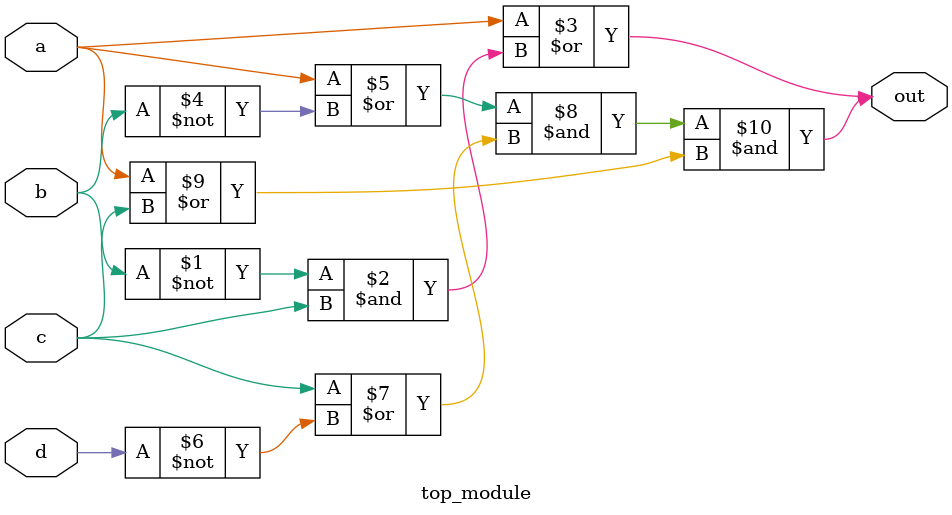
<source format=v>
module top_module(
    input a,
    input b,
    input c,
    input d,
    output out  ); 

    // SOP form
    assign out = a | (~b & c);

    // POS form
    assign out = (a | ~b) & (c | ~d) & (a | c);

endmodule
</source>
